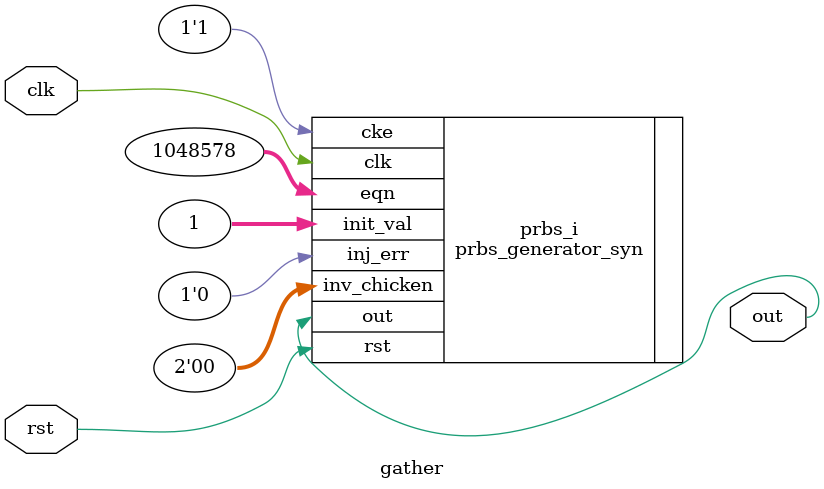
<source format=sv>
`timescale 1s/1fs

module gather(
    input wire clk,
    input wire rst,
    output wire out
);

    prbs_generator_syn #(
        .n_prbs(32)
    ) prbs_i (
        .clk(clk),
        .rst(rst),
        .cke(1'b1),
        .init_val(32'h00000001),
        .eqn(32'h100002),
        .inj_err(1'b0),
        .inv_chicken(2'b00),
        .out(out)
    );

endmodule

</source>
